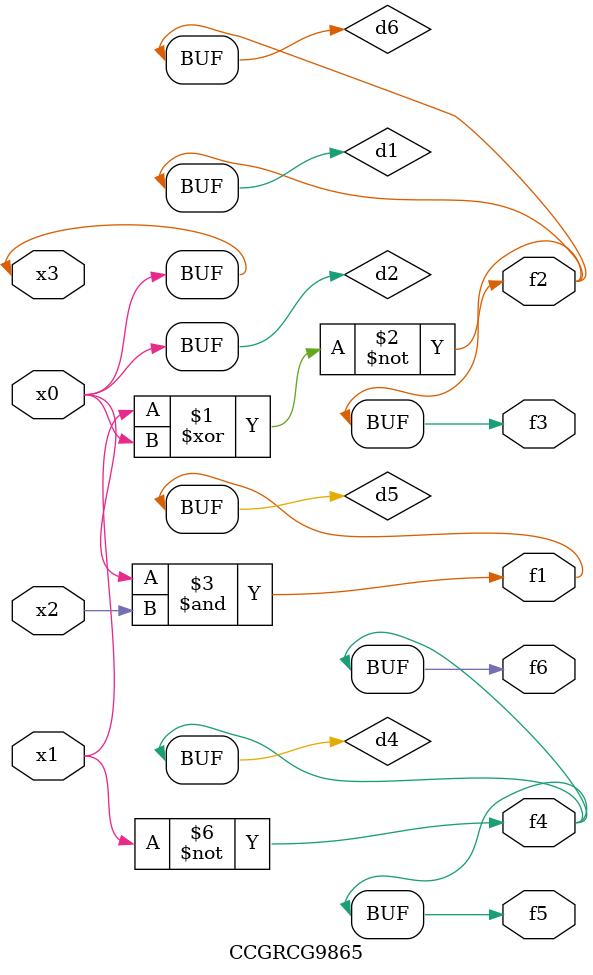
<source format=v>
module CCGRCG9865(
	input x0, x1, x2, x3,
	output f1, f2, f3, f4, f5, f6
);

	wire d1, d2, d3, d4, d5, d6;

	xnor (d1, x1, x3);
	buf (d2, x0, x3);
	nand (d3, x0, x2);
	not (d4, x1);
	nand (d5, d3);
	or (d6, d1);
	assign f1 = d5;
	assign f2 = d6;
	assign f3 = d6;
	assign f4 = d4;
	assign f5 = d4;
	assign f6 = d4;
endmodule

</source>
